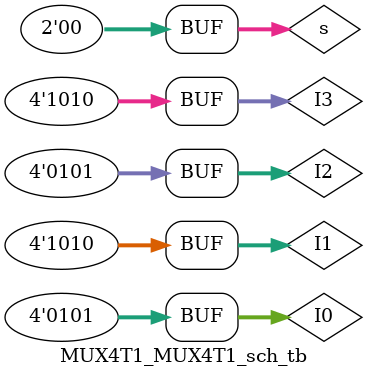
<source format=v>

`timescale 1ns / 1ps

module MUX4T1_MUX4T1_sch_tb();

// Inputs
   reg [1:0] s;
   reg [3:0] I0;
   reg [3:0] I1;
   reg [3:0] I2;
   reg [3:0] I3;

// Output
   wire [3:0] o;

// Bidirs

// Instantiate the UUT
   MUX4T1 UUT (
		.s(s), 
		.I0(I0), 
		.I1(I1), 
		.I2(I2), 
		.I3(I3), 
		.o(o)
   );
// Initialize Inputs
   //`ifdef auto_init
       initial begin
		s = 0;
		I0 = 0;
		I1 = 1;
		I2 = 2;
		I3 = 3;
		#50;
		s=0;
		#50;
		s=1;
		#50;
		s=2;
		#50;
		s=3;
		#50;
		I0 = 4'h5;
		I1 = 4'hA;
		I2 = 4'h5;
		I3 = 4'hA;
		#50;
		s=0;
		#50;
		s=1;
		#50;
		s=2;
		#50;
		s=3;
		#50;
		s=0;
  // `endif
  end
endmodule

</source>
